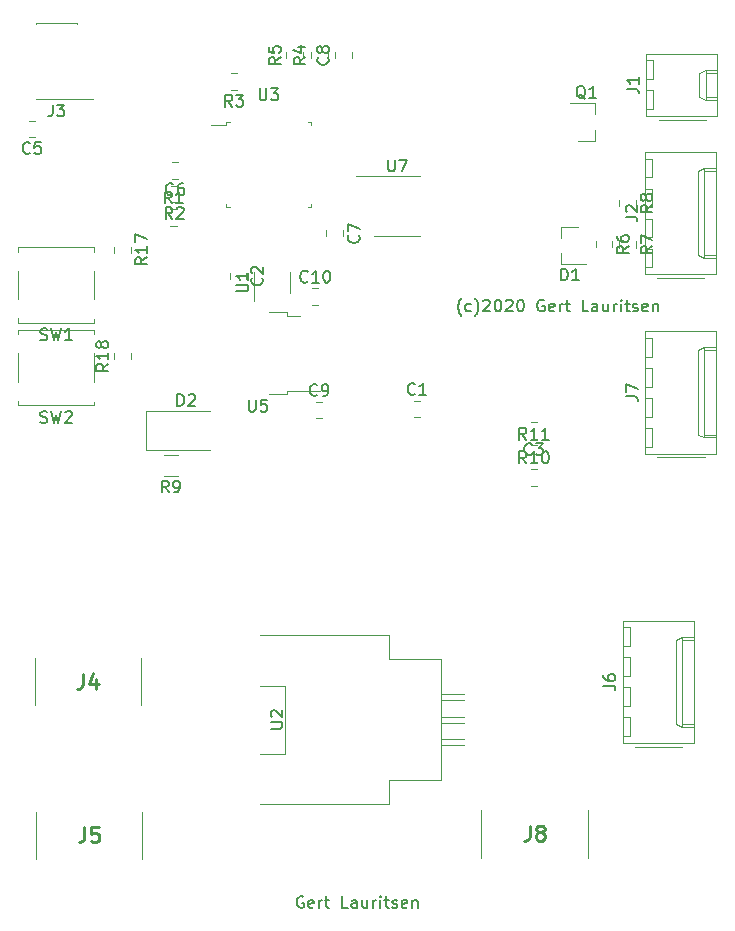
<source format=gbr>
G04 #@! TF.GenerationSoftware,KiCad,Pcbnew,(5.1.6)-1*
G04 #@! TF.CreationDate,2020-10-31T14:21:40+01:00*
G04 #@! TF.ProjectId,Batmonitor,4261746d-6f6e-4697-946f-722e6b696361,rev?*
G04 #@! TF.SameCoordinates,Original*
G04 #@! TF.FileFunction,Legend,Top*
G04 #@! TF.FilePolarity,Positive*
%FSLAX46Y46*%
G04 Gerber Fmt 4.6, Leading zero omitted, Abs format (unit mm)*
G04 Created by KiCad (PCBNEW (5.1.6)-1) date 2020-10-31 14:21:40*
%MOMM*%
%LPD*%
G01*
G04 APERTURE LIST*
%ADD10C,0.150000*%
%ADD11C,0.120000*%
%ADD12C,0.100000*%
%ADD13C,0.254000*%
G04 APERTURE END LIST*
D10*
X126928571Y-136000000D02*
X126833333Y-135952380D01*
X126690476Y-135952380D01*
X126547619Y-136000000D01*
X126452380Y-136095238D01*
X126404761Y-136190476D01*
X126357142Y-136380952D01*
X126357142Y-136523809D01*
X126404761Y-136714285D01*
X126452380Y-136809523D01*
X126547619Y-136904761D01*
X126690476Y-136952380D01*
X126785714Y-136952380D01*
X126928571Y-136904761D01*
X126976190Y-136857142D01*
X126976190Y-136523809D01*
X126785714Y-136523809D01*
X127785714Y-136904761D02*
X127690476Y-136952380D01*
X127500000Y-136952380D01*
X127404761Y-136904761D01*
X127357142Y-136809523D01*
X127357142Y-136428571D01*
X127404761Y-136333333D01*
X127500000Y-136285714D01*
X127690476Y-136285714D01*
X127785714Y-136333333D01*
X127833333Y-136428571D01*
X127833333Y-136523809D01*
X127357142Y-136619047D01*
X128261904Y-136952380D02*
X128261904Y-136285714D01*
X128261904Y-136476190D02*
X128309523Y-136380952D01*
X128357142Y-136333333D01*
X128452380Y-136285714D01*
X128547619Y-136285714D01*
X128738095Y-136285714D02*
X129119047Y-136285714D01*
X128880952Y-135952380D02*
X128880952Y-136809523D01*
X128928571Y-136904761D01*
X129023809Y-136952380D01*
X129119047Y-136952380D01*
X130690476Y-136952380D02*
X130214285Y-136952380D01*
X130214285Y-135952380D01*
X131452380Y-136952380D02*
X131452380Y-136428571D01*
X131404761Y-136333333D01*
X131309523Y-136285714D01*
X131119047Y-136285714D01*
X131023809Y-136333333D01*
X131452380Y-136904761D02*
X131357142Y-136952380D01*
X131119047Y-136952380D01*
X131023809Y-136904761D01*
X130976190Y-136809523D01*
X130976190Y-136714285D01*
X131023809Y-136619047D01*
X131119047Y-136571428D01*
X131357142Y-136571428D01*
X131452380Y-136523809D01*
X132357142Y-136285714D02*
X132357142Y-136952380D01*
X131928571Y-136285714D02*
X131928571Y-136809523D01*
X131976190Y-136904761D01*
X132071428Y-136952380D01*
X132214285Y-136952380D01*
X132309523Y-136904761D01*
X132357142Y-136857142D01*
X132833333Y-136952380D02*
X132833333Y-136285714D01*
X132833333Y-136476190D02*
X132880952Y-136380952D01*
X132928571Y-136333333D01*
X133023809Y-136285714D01*
X133119047Y-136285714D01*
X133452380Y-136952380D02*
X133452380Y-136285714D01*
X133452380Y-135952380D02*
X133404761Y-136000000D01*
X133452380Y-136047619D01*
X133500000Y-136000000D01*
X133452380Y-135952380D01*
X133452380Y-136047619D01*
X133785714Y-136285714D02*
X134166666Y-136285714D01*
X133928571Y-135952380D02*
X133928571Y-136809523D01*
X133976190Y-136904761D01*
X134071428Y-136952380D01*
X134166666Y-136952380D01*
X134452380Y-136904761D02*
X134547619Y-136952380D01*
X134738095Y-136952380D01*
X134833333Y-136904761D01*
X134880952Y-136809523D01*
X134880952Y-136761904D01*
X134833333Y-136666666D01*
X134738095Y-136619047D01*
X134595238Y-136619047D01*
X134500000Y-136571428D01*
X134452380Y-136476190D01*
X134452380Y-136428571D01*
X134500000Y-136333333D01*
X134595238Y-136285714D01*
X134738095Y-136285714D01*
X134833333Y-136333333D01*
X135690476Y-136904761D02*
X135595238Y-136952380D01*
X135404761Y-136952380D01*
X135309523Y-136904761D01*
X135261904Y-136809523D01*
X135261904Y-136428571D01*
X135309523Y-136333333D01*
X135404761Y-136285714D01*
X135595238Y-136285714D01*
X135690476Y-136333333D01*
X135738095Y-136428571D01*
X135738095Y-136523809D01*
X135261904Y-136619047D01*
X136166666Y-136285714D02*
X136166666Y-136952380D01*
X136166666Y-136380952D02*
X136214285Y-136333333D01*
X136309523Y-136285714D01*
X136452380Y-136285714D01*
X136547619Y-136333333D01*
X136595238Y-136428571D01*
X136595238Y-136952380D01*
X140309523Y-86833333D02*
X140261904Y-86785714D01*
X140166666Y-86642857D01*
X140119047Y-86547619D01*
X140071428Y-86404761D01*
X140023809Y-86166666D01*
X140023809Y-85976190D01*
X140071428Y-85738095D01*
X140119047Y-85595238D01*
X140166666Y-85500000D01*
X140261904Y-85357142D01*
X140309523Y-85309523D01*
X141119047Y-86404761D02*
X141023809Y-86452380D01*
X140833333Y-86452380D01*
X140738095Y-86404761D01*
X140690476Y-86357142D01*
X140642857Y-86261904D01*
X140642857Y-85976190D01*
X140690476Y-85880952D01*
X140738095Y-85833333D01*
X140833333Y-85785714D01*
X141023809Y-85785714D01*
X141119047Y-85833333D01*
X141452380Y-86833333D02*
X141500000Y-86785714D01*
X141595238Y-86642857D01*
X141642857Y-86547619D01*
X141690476Y-86404761D01*
X141738095Y-86166666D01*
X141738095Y-85976190D01*
X141690476Y-85738095D01*
X141642857Y-85595238D01*
X141595238Y-85500000D01*
X141500000Y-85357142D01*
X141452380Y-85309523D01*
X142166666Y-85547619D02*
X142214285Y-85500000D01*
X142309523Y-85452380D01*
X142547619Y-85452380D01*
X142642857Y-85500000D01*
X142690476Y-85547619D01*
X142738095Y-85642857D01*
X142738095Y-85738095D01*
X142690476Y-85880952D01*
X142119047Y-86452380D01*
X142738095Y-86452380D01*
X143357142Y-85452380D02*
X143452380Y-85452380D01*
X143547619Y-85500000D01*
X143595238Y-85547619D01*
X143642857Y-85642857D01*
X143690476Y-85833333D01*
X143690476Y-86071428D01*
X143642857Y-86261904D01*
X143595238Y-86357142D01*
X143547619Y-86404761D01*
X143452380Y-86452380D01*
X143357142Y-86452380D01*
X143261904Y-86404761D01*
X143214285Y-86357142D01*
X143166666Y-86261904D01*
X143119047Y-86071428D01*
X143119047Y-85833333D01*
X143166666Y-85642857D01*
X143214285Y-85547619D01*
X143261904Y-85500000D01*
X143357142Y-85452380D01*
X144071428Y-85547619D02*
X144119047Y-85500000D01*
X144214285Y-85452380D01*
X144452380Y-85452380D01*
X144547619Y-85500000D01*
X144595238Y-85547619D01*
X144642857Y-85642857D01*
X144642857Y-85738095D01*
X144595238Y-85880952D01*
X144023809Y-86452380D01*
X144642857Y-86452380D01*
X145261904Y-85452380D02*
X145357142Y-85452380D01*
X145452380Y-85500000D01*
X145500000Y-85547619D01*
X145547619Y-85642857D01*
X145595238Y-85833333D01*
X145595238Y-86071428D01*
X145547619Y-86261904D01*
X145500000Y-86357142D01*
X145452380Y-86404761D01*
X145357142Y-86452380D01*
X145261904Y-86452380D01*
X145166666Y-86404761D01*
X145119047Y-86357142D01*
X145071428Y-86261904D01*
X145023809Y-86071428D01*
X145023809Y-85833333D01*
X145071428Y-85642857D01*
X145119047Y-85547619D01*
X145166666Y-85500000D01*
X145261904Y-85452380D01*
X147309523Y-85500000D02*
X147214285Y-85452380D01*
X147071428Y-85452380D01*
X146928571Y-85500000D01*
X146833333Y-85595238D01*
X146785714Y-85690476D01*
X146738095Y-85880952D01*
X146738095Y-86023809D01*
X146785714Y-86214285D01*
X146833333Y-86309523D01*
X146928571Y-86404761D01*
X147071428Y-86452380D01*
X147166666Y-86452380D01*
X147309523Y-86404761D01*
X147357142Y-86357142D01*
X147357142Y-86023809D01*
X147166666Y-86023809D01*
X148166666Y-86404761D02*
X148071428Y-86452380D01*
X147880952Y-86452380D01*
X147785714Y-86404761D01*
X147738095Y-86309523D01*
X147738095Y-85928571D01*
X147785714Y-85833333D01*
X147880952Y-85785714D01*
X148071428Y-85785714D01*
X148166666Y-85833333D01*
X148214285Y-85928571D01*
X148214285Y-86023809D01*
X147738095Y-86119047D01*
X148642857Y-86452380D02*
X148642857Y-85785714D01*
X148642857Y-85976190D02*
X148690476Y-85880952D01*
X148738095Y-85833333D01*
X148833333Y-85785714D01*
X148928571Y-85785714D01*
X149119047Y-85785714D02*
X149500000Y-85785714D01*
X149261904Y-85452380D02*
X149261904Y-86309523D01*
X149309523Y-86404761D01*
X149404761Y-86452380D01*
X149500000Y-86452380D01*
X151071428Y-86452380D02*
X150595238Y-86452380D01*
X150595238Y-85452380D01*
X151833333Y-86452380D02*
X151833333Y-85928571D01*
X151785714Y-85833333D01*
X151690476Y-85785714D01*
X151500000Y-85785714D01*
X151404761Y-85833333D01*
X151833333Y-86404761D02*
X151738095Y-86452380D01*
X151500000Y-86452380D01*
X151404761Y-86404761D01*
X151357142Y-86309523D01*
X151357142Y-86214285D01*
X151404761Y-86119047D01*
X151500000Y-86071428D01*
X151738095Y-86071428D01*
X151833333Y-86023809D01*
X152738095Y-85785714D02*
X152738095Y-86452380D01*
X152309523Y-85785714D02*
X152309523Y-86309523D01*
X152357142Y-86404761D01*
X152452380Y-86452380D01*
X152595238Y-86452380D01*
X152690476Y-86404761D01*
X152738095Y-86357142D01*
X153214285Y-86452380D02*
X153214285Y-85785714D01*
X153214285Y-85976190D02*
X153261904Y-85880952D01*
X153309523Y-85833333D01*
X153404761Y-85785714D01*
X153500000Y-85785714D01*
X153833333Y-86452380D02*
X153833333Y-85785714D01*
X153833333Y-85452380D02*
X153785714Y-85500000D01*
X153833333Y-85547619D01*
X153880952Y-85500000D01*
X153833333Y-85452380D01*
X153833333Y-85547619D01*
X154166666Y-85785714D02*
X154547619Y-85785714D01*
X154309523Y-85452380D02*
X154309523Y-86309523D01*
X154357142Y-86404761D01*
X154452380Y-86452380D01*
X154547619Y-86452380D01*
X154833333Y-86404761D02*
X154928571Y-86452380D01*
X155119047Y-86452380D01*
X155214285Y-86404761D01*
X155261904Y-86309523D01*
X155261904Y-86261904D01*
X155214285Y-86166666D01*
X155119047Y-86119047D01*
X154976190Y-86119047D01*
X154880952Y-86071428D01*
X154833333Y-85976190D01*
X154833333Y-85928571D01*
X154880952Y-85833333D01*
X154976190Y-85785714D01*
X155119047Y-85785714D01*
X155214285Y-85833333D01*
X156071428Y-86404761D02*
X155976190Y-86452380D01*
X155785714Y-86452380D01*
X155690476Y-86404761D01*
X155642857Y-86309523D01*
X155642857Y-85928571D01*
X155690476Y-85833333D01*
X155785714Y-85785714D01*
X155976190Y-85785714D01*
X156071428Y-85833333D01*
X156119047Y-85928571D01*
X156119047Y-86023809D01*
X155642857Y-86119047D01*
X156547619Y-85785714D02*
X156547619Y-86452380D01*
X156547619Y-85880952D02*
X156595238Y-85833333D01*
X156690476Y-85785714D01*
X156833333Y-85785714D01*
X156928571Y-85833333D01*
X156976190Y-85928571D01*
X156976190Y-86452380D01*
D11*
X146178922Y-99210000D02*
X146696078Y-99210000D01*
X146178922Y-97790000D02*
X146696078Y-97790000D01*
X146178922Y-101210000D02*
X146696078Y-101210000D01*
X146178922Y-99790000D02*
X146696078Y-99790000D01*
D12*
X151010000Y-132690000D02*
X151010000Y-128690000D01*
X142010000Y-132690000D02*
X142010000Y-128690000D01*
D11*
X110890000Y-90496078D02*
X110890000Y-89978922D01*
X112310000Y-90496078D02*
X112310000Y-89978922D01*
X124045000Y-93425000D02*
X125545000Y-93425000D01*
X125545000Y-93425000D02*
X125545000Y-93155000D01*
X125545000Y-93155000D02*
X128375000Y-93155000D01*
X124045000Y-86525000D02*
X125545000Y-86525000D01*
X125545000Y-86525000D02*
X125545000Y-86795000D01*
X125545000Y-86795000D02*
X126645000Y-86795000D01*
X134220000Y-113880000D02*
X123300000Y-113880000D01*
X134220000Y-128120000D02*
X123300000Y-128120000D01*
X134220000Y-115880000D02*
X134220000Y-113880000D01*
X134220000Y-126120000D02*
X134220000Y-128120000D01*
X125380000Y-118120000D02*
X123300000Y-118120000D01*
X125380000Y-123880000D02*
X123300000Y-123880000D01*
X125380000Y-123880000D02*
X125380000Y-118120000D01*
X138620000Y-115880000D02*
X138620000Y-126120000D01*
X138620000Y-126120000D02*
X134220000Y-126120000D01*
X138620000Y-115880000D02*
X134220000Y-115880000D01*
X138620000Y-119345000D02*
X140500000Y-119345000D01*
X138620000Y-121255000D02*
X140500000Y-121255000D01*
X138620000Y-123165000D02*
X140500000Y-123165000D01*
X138620000Y-122655000D02*
X140500000Y-122655000D01*
X138620000Y-120745000D02*
X140500000Y-120745000D01*
X138620000Y-118835000D02*
X140500000Y-118835000D01*
X155870000Y-98500000D02*
X161890000Y-98500000D01*
X161890000Y-98500000D02*
X161890000Y-88120000D01*
X161890000Y-88120000D02*
X155870000Y-88120000D01*
X155870000Y-88120000D02*
X155870000Y-98500000D01*
X156900000Y-98790000D02*
X160900000Y-98790000D01*
X161890000Y-97120000D02*
X160890000Y-97120000D01*
X160890000Y-97120000D02*
X160890000Y-89500000D01*
X160890000Y-89500000D02*
X161890000Y-89500000D01*
X160890000Y-97120000D02*
X160360000Y-96870000D01*
X160360000Y-96870000D02*
X160360000Y-89750000D01*
X160360000Y-89750000D02*
X160890000Y-89500000D01*
X161890000Y-96870000D02*
X160890000Y-96870000D01*
X161890000Y-89750000D02*
X160890000Y-89750000D01*
X155870000Y-97920000D02*
X156470000Y-97920000D01*
X156470000Y-97920000D02*
X156470000Y-96320000D01*
X156470000Y-96320000D02*
X155870000Y-96320000D01*
X155870000Y-95380000D02*
X156470000Y-95380000D01*
X156470000Y-95380000D02*
X156470000Y-93780000D01*
X156470000Y-93780000D02*
X155870000Y-93780000D01*
X155870000Y-92840000D02*
X156470000Y-92840000D01*
X156470000Y-92840000D02*
X156470000Y-91240000D01*
X156470000Y-91240000D02*
X155870000Y-91240000D01*
X155870000Y-90300000D02*
X156470000Y-90300000D01*
X156470000Y-90300000D02*
X156470000Y-88700000D01*
X156470000Y-88700000D02*
X155870000Y-88700000D01*
X153970000Y-123000000D02*
X159990000Y-123000000D01*
X159990000Y-123000000D02*
X159990000Y-112620000D01*
X159990000Y-112620000D02*
X153970000Y-112620000D01*
X153970000Y-112620000D02*
X153970000Y-123000000D01*
X155000000Y-123290000D02*
X159000000Y-123290000D01*
X159990000Y-121620000D02*
X158990000Y-121620000D01*
X158990000Y-121620000D02*
X158990000Y-114000000D01*
X158990000Y-114000000D02*
X159990000Y-114000000D01*
X158990000Y-121620000D02*
X158460000Y-121370000D01*
X158460000Y-121370000D02*
X158460000Y-114250000D01*
X158460000Y-114250000D02*
X158990000Y-114000000D01*
X159990000Y-121370000D02*
X158990000Y-121370000D01*
X159990000Y-114250000D02*
X158990000Y-114250000D01*
X153970000Y-122420000D02*
X154570000Y-122420000D01*
X154570000Y-122420000D02*
X154570000Y-120820000D01*
X154570000Y-120820000D02*
X153970000Y-120820000D01*
X153970000Y-119880000D02*
X154570000Y-119880000D01*
X154570000Y-119880000D02*
X154570000Y-118280000D01*
X154570000Y-118280000D02*
X153970000Y-118280000D01*
X153970000Y-117340000D02*
X154570000Y-117340000D01*
X154570000Y-117340000D02*
X154570000Y-115740000D01*
X154570000Y-115740000D02*
X153970000Y-115740000D01*
X153970000Y-114800000D02*
X154570000Y-114800000D01*
X154570000Y-114800000D02*
X154570000Y-113200000D01*
X154570000Y-113200000D02*
X153970000Y-113200000D01*
D12*
X113310000Y-132810000D02*
X113310000Y-128810000D01*
X104310000Y-132810000D02*
X104310000Y-128810000D01*
X113190000Y-119810000D02*
X113190000Y-115810000D01*
X104190000Y-119810000D02*
X104190000Y-115810000D01*
D11*
X146696078Y-97210000D02*
X146178922Y-97210000D01*
X146696078Y-95790000D02*
X146178922Y-95790000D01*
X136278922Y-93990000D02*
X136796078Y-93990000D01*
X136278922Y-95410000D02*
X136796078Y-95410000D01*
X134875000Y-80095000D02*
X136825000Y-80095000D01*
X134875000Y-80095000D02*
X132925000Y-80095000D01*
X134875000Y-74975000D02*
X136825000Y-74975000D01*
X134875000Y-74975000D02*
X131425000Y-74975000D01*
X102790000Y-94000000D02*
X102790000Y-94410000D01*
X102790000Y-94410000D02*
X109210000Y-94410000D01*
X109210000Y-94410000D02*
X109210000Y-94130000D01*
X109210000Y-92400000D02*
X109210000Y-90000000D01*
X109210000Y-88400000D02*
X109210000Y-87990000D01*
X109210000Y-87990000D02*
X102790000Y-87990000D01*
X102790000Y-87990000D02*
X102790000Y-88400000D01*
X102790000Y-90000000D02*
X102790000Y-92400000D01*
X102790000Y-87000000D02*
X102790000Y-87410000D01*
X102790000Y-87410000D02*
X109210000Y-87410000D01*
X109210000Y-87410000D02*
X109210000Y-87130000D01*
X109210000Y-85400000D02*
X109210000Y-83000000D01*
X109210000Y-81400000D02*
X109210000Y-80990000D01*
X109210000Y-80990000D02*
X102790000Y-80990000D01*
X102790000Y-80990000D02*
X102790000Y-81400000D01*
X102790000Y-83000000D02*
X102790000Y-85400000D01*
X112310000Y-80978922D02*
X112310000Y-81496078D01*
X110890000Y-80978922D02*
X110890000Y-81496078D01*
X127678922Y-84490000D02*
X128196078Y-84490000D01*
X127678922Y-85910000D02*
X128196078Y-85910000D01*
X128003922Y-94090000D02*
X128521078Y-94090000D01*
X128003922Y-95510000D02*
X128521078Y-95510000D01*
X113600000Y-94850000D02*
X113600000Y-98150000D01*
X113600000Y-98150000D02*
X119000000Y-98150000D01*
X113600000Y-94850000D02*
X119000000Y-94850000D01*
X116302064Y-100410000D02*
X115097936Y-100410000D01*
X116302064Y-98590000D02*
X115097936Y-98590000D01*
X125810000Y-84870000D02*
X125810000Y-83110000D01*
X122740000Y-83110000D02*
X122740000Y-85540000D01*
X151660000Y-71980000D02*
X151660000Y-71050000D01*
X151660000Y-68820000D02*
X151660000Y-69750000D01*
X151660000Y-68820000D02*
X149500000Y-68820000D01*
X151660000Y-71980000D02*
X150200000Y-71980000D01*
X129590000Y-65021078D02*
X129590000Y-64503922D01*
X131010000Y-65021078D02*
X131010000Y-64503922D01*
X130310000Y-79578922D02*
X130310000Y-80096078D01*
X128890000Y-79578922D02*
X128890000Y-80096078D01*
X116321078Y-75210000D02*
X115803922Y-75210000D01*
X116321078Y-73790000D02*
X115803922Y-73790000D01*
X107795000Y-68485000D02*
X104265000Y-68485000D01*
X107795000Y-62015000D02*
X104265000Y-62015000D01*
X109120000Y-68420000D02*
X107795000Y-68420000D01*
X107795000Y-68485000D02*
X107795000Y-68420000D01*
X104265000Y-68485000D02*
X104265000Y-68420000D01*
X107795000Y-62080000D02*
X107795000Y-62015000D01*
X104265000Y-62080000D02*
X104265000Y-62015000D01*
X104196078Y-71710000D02*
X103678922Y-71710000D01*
X104196078Y-70290000D02*
X103678922Y-70290000D01*
X148720000Y-79290000D02*
X148720000Y-80220000D01*
X148720000Y-82450000D02*
X148720000Y-81520000D01*
X148720000Y-82450000D02*
X150880000Y-82450000D01*
X148720000Y-79290000D02*
X150180000Y-79290000D01*
X127310000Y-77610000D02*
X127610000Y-77610000D01*
X127610000Y-77610000D02*
X127610000Y-77310000D01*
X120690000Y-77610000D02*
X120390000Y-77610000D01*
X120390000Y-77610000D02*
X120390000Y-77310000D01*
X127310000Y-70390000D02*
X127610000Y-70390000D01*
X127610000Y-70390000D02*
X127610000Y-70690000D01*
X120690000Y-70390000D02*
X120390000Y-70390000D01*
X120390000Y-70390000D02*
X120390000Y-70690000D01*
X120390000Y-70690000D02*
X119075000Y-70690000D01*
X155090000Y-77023922D02*
X155090000Y-77541078D01*
X153670000Y-77023922D02*
X153670000Y-77541078D01*
X155090000Y-80523922D02*
X155090000Y-81041078D01*
X153670000Y-80523922D02*
X153670000Y-81041078D01*
X153090000Y-80498922D02*
X153090000Y-81016078D01*
X151670000Y-80498922D02*
X151670000Y-81016078D01*
X125490000Y-65021078D02*
X125490000Y-64503922D01*
X126910000Y-65021078D02*
X126910000Y-64503922D01*
X127590000Y-65021078D02*
X127590000Y-64503922D01*
X129010000Y-65021078D02*
X129010000Y-64503922D01*
X121321078Y-67710000D02*
X120803922Y-67710000D01*
X121321078Y-66290000D02*
X120803922Y-66290000D01*
X116258578Y-77210000D02*
X115741422Y-77210000D01*
X116258578Y-75790000D02*
X115741422Y-75790000D01*
X115678922Y-77790000D02*
X116196078Y-77790000D01*
X115678922Y-79210000D02*
X116196078Y-79210000D01*
X155850000Y-83300000D02*
X161870000Y-83300000D01*
X161870000Y-83300000D02*
X161870000Y-72920000D01*
X161870000Y-72920000D02*
X155850000Y-72920000D01*
X155850000Y-72920000D02*
X155850000Y-83300000D01*
X156880000Y-83590000D02*
X160880000Y-83590000D01*
X161870000Y-81920000D02*
X160870000Y-81920000D01*
X160870000Y-81920000D02*
X160870000Y-74300000D01*
X160870000Y-74300000D02*
X161870000Y-74300000D01*
X160870000Y-81920000D02*
X160340000Y-81670000D01*
X160340000Y-81670000D02*
X160340000Y-74550000D01*
X160340000Y-74550000D02*
X160870000Y-74300000D01*
X161870000Y-81670000D02*
X160870000Y-81670000D01*
X161870000Y-74550000D02*
X160870000Y-74550000D01*
X155850000Y-82720000D02*
X156450000Y-82720000D01*
X156450000Y-82720000D02*
X156450000Y-81120000D01*
X156450000Y-81120000D02*
X155850000Y-81120000D01*
X155850000Y-80180000D02*
X156450000Y-80180000D01*
X156450000Y-80180000D02*
X156450000Y-78580000D01*
X156450000Y-78580000D02*
X155850000Y-78580000D01*
X155850000Y-77640000D02*
X156450000Y-77640000D01*
X156450000Y-77640000D02*
X156450000Y-76040000D01*
X156450000Y-76040000D02*
X155850000Y-76040000D01*
X155850000Y-75100000D02*
X156450000Y-75100000D01*
X156450000Y-75100000D02*
X156450000Y-73500000D01*
X156450000Y-73500000D02*
X155850000Y-73500000D01*
X155970000Y-69920000D02*
X161990000Y-69920000D01*
X161990000Y-69920000D02*
X161990000Y-64620000D01*
X161990000Y-64620000D02*
X155970000Y-64620000D01*
X155970000Y-64620000D02*
X155970000Y-69920000D01*
X157000000Y-70210000D02*
X161000000Y-70210000D01*
X161990000Y-68540000D02*
X160990000Y-68540000D01*
X160990000Y-68540000D02*
X160990000Y-66000000D01*
X160990000Y-66000000D02*
X161990000Y-66000000D01*
X160990000Y-68540000D02*
X160460000Y-68290000D01*
X160460000Y-68290000D02*
X160460000Y-66250000D01*
X160460000Y-66250000D02*
X160990000Y-66000000D01*
X161990000Y-68290000D02*
X160990000Y-68290000D01*
X161990000Y-66250000D02*
X160990000Y-66250000D01*
X155970000Y-69340000D02*
X156570000Y-69340000D01*
X156570000Y-69340000D02*
X156570000Y-67740000D01*
X156570000Y-67740000D02*
X155970000Y-67740000D01*
X155970000Y-66800000D02*
X156570000Y-66800000D01*
X156570000Y-66800000D02*
X156570000Y-65200000D01*
X156570000Y-65200000D02*
X155970000Y-65200000D01*
X122110000Y-83178922D02*
X122110000Y-83696078D01*
X120690000Y-83178922D02*
X120690000Y-83696078D01*
D10*
X145794642Y-97302380D02*
X145461309Y-96826190D01*
X145223214Y-97302380D02*
X145223214Y-96302380D01*
X145604166Y-96302380D01*
X145699404Y-96350000D01*
X145747023Y-96397619D01*
X145794642Y-96492857D01*
X145794642Y-96635714D01*
X145747023Y-96730952D01*
X145699404Y-96778571D01*
X145604166Y-96826190D01*
X145223214Y-96826190D01*
X146747023Y-97302380D02*
X146175595Y-97302380D01*
X146461309Y-97302380D02*
X146461309Y-96302380D01*
X146366071Y-96445238D01*
X146270833Y-96540476D01*
X146175595Y-96588095D01*
X147699404Y-97302380D02*
X147127976Y-97302380D01*
X147413690Y-97302380D02*
X147413690Y-96302380D01*
X147318452Y-96445238D01*
X147223214Y-96540476D01*
X147127976Y-96588095D01*
X145794642Y-99302380D02*
X145461309Y-98826190D01*
X145223214Y-99302380D02*
X145223214Y-98302380D01*
X145604166Y-98302380D01*
X145699404Y-98350000D01*
X145747023Y-98397619D01*
X145794642Y-98492857D01*
X145794642Y-98635714D01*
X145747023Y-98730952D01*
X145699404Y-98778571D01*
X145604166Y-98826190D01*
X145223214Y-98826190D01*
X146747023Y-99302380D02*
X146175595Y-99302380D01*
X146461309Y-99302380D02*
X146461309Y-98302380D01*
X146366071Y-98445238D01*
X146270833Y-98540476D01*
X146175595Y-98588095D01*
X147366071Y-98302380D02*
X147461309Y-98302380D01*
X147556547Y-98350000D01*
X147604166Y-98397619D01*
X147651785Y-98492857D01*
X147699404Y-98683333D01*
X147699404Y-98921428D01*
X147651785Y-99111904D01*
X147604166Y-99207142D01*
X147556547Y-99254761D01*
X147461309Y-99302380D01*
X147366071Y-99302380D01*
X147270833Y-99254761D01*
X147223214Y-99207142D01*
X147175595Y-99111904D01*
X147127976Y-98921428D01*
X147127976Y-98683333D01*
X147175595Y-98492857D01*
X147223214Y-98397619D01*
X147270833Y-98350000D01*
X147366071Y-98302380D01*
D13*
X146086666Y-129994523D02*
X146086666Y-130901666D01*
X146026190Y-131083095D01*
X145905238Y-131204047D01*
X145723809Y-131264523D01*
X145602857Y-131264523D01*
X146872857Y-130538809D02*
X146751904Y-130478333D01*
X146691428Y-130417857D01*
X146630952Y-130296904D01*
X146630952Y-130236428D01*
X146691428Y-130115476D01*
X146751904Y-130055000D01*
X146872857Y-129994523D01*
X147114761Y-129994523D01*
X147235714Y-130055000D01*
X147296190Y-130115476D01*
X147356666Y-130236428D01*
X147356666Y-130296904D01*
X147296190Y-130417857D01*
X147235714Y-130478333D01*
X147114761Y-130538809D01*
X146872857Y-130538809D01*
X146751904Y-130599285D01*
X146691428Y-130659761D01*
X146630952Y-130780714D01*
X146630952Y-131022619D01*
X146691428Y-131143571D01*
X146751904Y-131204047D01*
X146872857Y-131264523D01*
X147114761Y-131264523D01*
X147235714Y-131204047D01*
X147296190Y-131143571D01*
X147356666Y-131022619D01*
X147356666Y-130780714D01*
X147296190Y-130659761D01*
X147235714Y-130599285D01*
X147114761Y-130538809D01*
D10*
X110402380Y-90880357D02*
X109926190Y-91213690D01*
X110402380Y-91451785D02*
X109402380Y-91451785D01*
X109402380Y-91070833D01*
X109450000Y-90975595D01*
X109497619Y-90927976D01*
X109592857Y-90880357D01*
X109735714Y-90880357D01*
X109830952Y-90927976D01*
X109878571Y-90975595D01*
X109926190Y-91070833D01*
X109926190Y-91451785D01*
X110402380Y-89927976D02*
X110402380Y-90499404D01*
X110402380Y-90213690D02*
X109402380Y-90213690D01*
X109545238Y-90308928D01*
X109640476Y-90404166D01*
X109688095Y-90499404D01*
X109830952Y-89356547D02*
X109783333Y-89451785D01*
X109735714Y-89499404D01*
X109640476Y-89547023D01*
X109592857Y-89547023D01*
X109497619Y-89499404D01*
X109450000Y-89451785D01*
X109402380Y-89356547D01*
X109402380Y-89166071D01*
X109450000Y-89070833D01*
X109497619Y-89023214D01*
X109592857Y-88975595D01*
X109640476Y-88975595D01*
X109735714Y-89023214D01*
X109783333Y-89070833D01*
X109830952Y-89166071D01*
X109830952Y-89356547D01*
X109878571Y-89451785D01*
X109926190Y-89499404D01*
X110021428Y-89547023D01*
X110211904Y-89547023D01*
X110307142Y-89499404D01*
X110354761Y-89451785D01*
X110402380Y-89356547D01*
X110402380Y-89166071D01*
X110354761Y-89070833D01*
X110307142Y-89023214D01*
X110211904Y-88975595D01*
X110021428Y-88975595D01*
X109926190Y-89023214D01*
X109878571Y-89070833D01*
X109830952Y-89166071D01*
X122313095Y-93927380D02*
X122313095Y-94736904D01*
X122360714Y-94832142D01*
X122408333Y-94879761D01*
X122503571Y-94927380D01*
X122694047Y-94927380D01*
X122789285Y-94879761D01*
X122836904Y-94832142D01*
X122884523Y-94736904D01*
X122884523Y-93927380D01*
X123836904Y-93927380D02*
X123360714Y-93927380D01*
X123313095Y-94403571D01*
X123360714Y-94355952D01*
X123455952Y-94308333D01*
X123694047Y-94308333D01*
X123789285Y-94355952D01*
X123836904Y-94403571D01*
X123884523Y-94498809D01*
X123884523Y-94736904D01*
X123836904Y-94832142D01*
X123789285Y-94879761D01*
X123694047Y-94927380D01*
X123455952Y-94927380D01*
X123360714Y-94879761D01*
X123313095Y-94832142D01*
X124152380Y-121761904D02*
X124961904Y-121761904D01*
X125057142Y-121714285D01*
X125104761Y-121666666D01*
X125152380Y-121571428D01*
X125152380Y-121380952D01*
X125104761Y-121285714D01*
X125057142Y-121238095D01*
X124961904Y-121190476D01*
X124152380Y-121190476D01*
X124247619Y-120761904D02*
X124200000Y-120714285D01*
X124152380Y-120619047D01*
X124152380Y-120380952D01*
X124200000Y-120285714D01*
X124247619Y-120238095D01*
X124342857Y-120190476D01*
X124438095Y-120190476D01*
X124580952Y-120238095D01*
X125152380Y-120809523D01*
X125152380Y-120190476D01*
X154232380Y-93643333D02*
X154946666Y-93643333D01*
X155089523Y-93690952D01*
X155184761Y-93786190D01*
X155232380Y-93929047D01*
X155232380Y-94024285D01*
X154232380Y-93262380D02*
X154232380Y-92595714D01*
X155232380Y-93024285D01*
X152332380Y-118143333D02*
X153046666Y-118143333D01*
X153189523Y-118190952D01*
X153284761Y-118286190D01*
X153332380Y-118429047D01*
X153332380Y-118524285D01*
X152332380Y-117238571D02*
X152332380Y-117429047D01*
X152380000Y-117524285D01*
X152427619Y-117571904D01*
X152570476Y-117667142D01*
X152760952Y-117714761D01*
X153141904Y-117714761D01*
X153237142Y-117667142D01*
X153284761Y-117619523D01*
X153332380Y-117524285D01*
X153332380Y-117333809D01*
X153284761Y-117238571D01*
X153237142Y-117190952D01*
X153141904Y-117143333D01*
X152903809Y-117143333D01*
X152808571Y-117190952D01*
X152760952Y-117238571D01*
X152713333Y-117333809D01*
X152713333Y-117524285D01*
X152760952Y-117619523D01*
X152808571Y-117667142D01*
X152903809Y-117714761D01*
D13*
X108386666Y-130114523D02*
X108386666Y-131021666D01*
X108326190Y-131203095D01*
X108205238Y-131324047D01*
X108023809Y-131384523D01*
X107902857Y-131384523D01*
X109596190Y-130114523D02*
X108991428Y-130114523D01*
X108930952Y-130719285D01*
X108991428Y-130658809D01*
X109112380Y-130598333D01*
X109414761Y-130598333D01*
X109535714Y-130658809D01*
X109596190Y-130719285D01*
X109656666Y-130840238D01*
X109656666Y-131142619D01*
X109596190Y-131263571D01*
X109535714Y-131324047D01*
X109414761Y-131384523D01*
X109112380Y-131384523D01*
X108991428Y-131324047D01*
X108930952Y-131263571D01*
X108266666Y-117114523D02*
X108266666Y-118021666D01*
X108206190Y-118203095D01*
X108085238Y-118324047D01*
X107903809Y-118384523D01*
X107782857Y-118384523D01*
X109415714Y-117537857D02*
X109415714Y-118384523D01*
X109113333Y-117054047D02*
X108810952Y-117961190D01*
X109597142Y-117961190D01*
D10*
X146270833Y-98507142D02*
X146223214Y-98554761D01*
X146080357Y-98602380D01*
X145985119Y-98602380D01*
X145842261Y-98554761D01*
X145747023Y-98459523D01*
X145699404Y-98364285D01*
X145651785Y-98173809D01*
X145651785Y-98030952D01*
X145699404Y-97840476D01*
X145747023Y-97745238D01*
X145842261Y-97650000D01*
X145985119Y-97602380D01*
X146080357Y-97602380D01*
X146223214Y-97650000D01*
X146270833Y-97697619D01*
X146604166Y-97602380D02*
X147223214Y-97602380D01*
X146889880Y-97983333D01*
X147032738Y-97983333D01*
X147127976Y-98030952D01*
X147175595Y-98078571D01*
X147223214Y-98173809D01*
X147223214Y-98411904D01*
X147175595Y-98507142D01*
X147127976Y-98554761D01*
X147032738Y-98602380D01*
X146747023Y-98602380D01*
X146651785Y-98554761D01*
X146604166Y-98507142D01*
X136370833Y-93407142D02*
X136323214Y-93454761D01*
X136180357Y-93502380D01*
X136085119Y-93502380D01*
X135942261Y-93454761D01*
X135847023Y-93359523D01*
X135799404Y-93264285D01*
X135751785Y-93073809D01*
X135751785Y-92930952D01*
X135799404Y-92740476D01*
X135847023Y-92645238D01*
X135942261Y-92550000D01*
X136085119Y-92502380D01*
X136180357Y-92502380D01*
X136323214Y-92550000D01*
X136370833Y-92597619D01*
X137323214Y-93502380D02*
X136751785Y-93502380D01*
X137037500Y-93502380D02*
X137037500Y-92502380D01*
X136942261Y-92645238D01*
X136847023Y-92740476D01*
X136751785Y-92788095D01*
X134113095Y-73587380D02*
X134113095Y-74396904D01*
X134160714Y-74492142D01*
X134208333Y-74539761D01*
X134303571Y-74587380D01*
X134494047Y-74587380D01*
X134589285Y-74539761D01*
X134636904Y-74492142D01*
X134684523Y-74396904D01*
X134684523Y-73587380D01*
X135065476Y-73587380D02*
X135732142Y-73587380D01*
X135303571Y-74587380D01*
X104666666Y-95844761D02*
X104809523Y-95892380D01*
X105047619Y-95892380D01*
X105142857Y-95844761D01*
X105190476Y-95797142D01*
X105238095Y-95701904D01*
X105238095Y-95606666D01*
X105190476Y-95511428D01*
X105142857Y-95463809D01*
X105047619Y-95416190D01*
X104857142Y-95368571D01*
X104761904Y-95320952D01*
X104714285Y-95273333D01*
X104666666Y-95178095D01*
X104666666Y-95082857D01*
X104714285Y-94987619D01*
X104761904Y-94940000D01*
X104857142Y-94892380D01*
X105095238Y-94892380D01*
X105238095Y-94940000D01*
X105571428Y-94892380D02*
X105809523Y-95892380D01*
X106000000Y-95178095D01*
X106190476Y-95892380D01*
X106428571Y-94892380D01*
X106761904Y-94987619D02*
X106809523Y-94940000D01*
X106904761Y-94892380D01*
X107142857Y-94892380D01*
X107238095Y-94940000D01*
X107285714Y-94987619D01*
X107333333Y-95082857D01*
X107333333Y-95178095D01*
X107285714Y-95320952D01*
X106714285Y-95892380D01*
X107333333Y-95892380D01*
X104666666Y-88844761D02*
X104809523Y-88892380D01*
X105047619Y-88892380D01*
X105142857Y-88844761D01*
X105190476Y-88797142D01*
X105238095Y-88701904D01*
X105238095Y-88606666D01*
X105190476Y-88511428D01*
X105142857Y-88463809D01*
X105047619Y-88416190D01*
X104857142Y-88368571D01*
X104761904Y-88320952D01*
X104714285Y-88273333D01*
X104666666Y-88178095D01*
X104666666Y-88082857D01*
X104714285Y-87987619D01*
X104761904Y-87940000D01*
X104857142Y-87892380D01*
X105095238Y-87892380D01*
X105238095Y-87940000D01*
X105571428Y-87892380D02*
X105809523Y-88892380D01*
X106000000Y-88178095D01*
X106190476Y-88892380D01*
X106428571Y-87892380D01*
X107333333Y-88892380D02*
X106761904Y-88892380D01*
X107047619Y-88892380D02*
X107047619Y-87892380D01*
X106952380Y-88035238D01*
X106857142Y-88130476D01*
X106761904Y-88178095D01*
X113702380Y-81880357D02*
X113226190Y-82213690D01*
X113702380Y-82451785D02*
X112702380Y-82451785D01*
X112702380Y-82070833D01*
X112750000Y-81975595D01*
X112797619Y-81927976D01*
X112892857Y-81880357D01*
X113035714Y-81880357D01*
X113130952Y-81927976D01*
X113178571Y-81975595D01*
X113226190Y-82070833D01*
X113226190Y-82451785D01*
X113702380Y-80927976D02*
X113702380Y-81499404D01*
X113702380Y-81213690D02*
X112702380Y-81213690D01*
X112845238Y-81308928D01*
X112940476Y-81404166D01*
X112988095Y-81499404D01*
X112702380Y-80594642D02*
X112702380Y-79927976D01*
X113702380Y-80356547D01*
X127294642Y-83907142D02*
X127247023Y-83954761D01*
X127104166Y-84002380D01*
X127008928Y-84002380D01*
X126866071Y-83954761D01*
X126770833Y-83859523D01*
X126723214Y-83764285D01*
X126675595Y-83573809D01*
X126675595Y-83430952D01*
X126723214Y-83240476D01*
X126770833Y-83145238D01*
X126866071Y-83050000D01*
X127008928Y-83002380D01*
X127104166Y-83002380D01*
X127247023Y-83050000D01*
X127294642Y-83097619D01*
X128247023Y-84002380D02*
X127675595Y-84002380D01*
X127961309Y-84002380D02*
X127961309Y-83002380D01*
X127866071Y-83145238D01*
X127770833Y-83240476D01*
X127675595Y-83288095D01*
X128866071Y-83002380D02*
X128961309Y-83002380D01*
X129056547Y-83050000D01*
X129104166Y-83097619D01*
X129151785Y-83192857D01*
X129199404Y-83383333D01*
X129199404Y-83621428D01*
X129151785Y-83811904D01*
X129104166Y-83907142D01*
X129056547Y-83954761D01*
X128961309Y-84002380D01*
X128866071Y-84002380D01*
X128770833Y-83954761D01*
X128723214Y-83907142D01*
X128675595Y-83811904D01*
X128627976Y-83621428D01*
X128627976Y-83383333D01*
X128675595Y-83192857D01*
X128723214Y-83097619D01*
X128770833Y-83050000D01*
X128866071Y-83002380D01*
X128095833Y-93507142D02*
X128048214Y-93554761D01*
X127905357Y-93602380D01*
X127810119Y-93602380D01*
X127667261Y-93554761D01*
X127572023Y-93459523D01*
X127524404Y-93364285D01*
X127476785Y-93173809D01*
X127476785Y-93030952D01*
X127524404Y-92840476D01*
X127572023Y-92745238D01*
X127667261Y-92650000D01*
X127810119Y-92602380D01*
X127905357Y-92602380D01*
X128048214Y-92650000D01*
X128095833Y-92697619D01*
X128572023Y-93602380D02*
X128762500Y-93602380D01*
X128857738Y-93554761D01*
X128905357Y-93507142D01*
X129000595Y-93364285D01*
X129048214Y-93173809D01*
X129048214Y-92792857D01*
X129000595Y-92697619D01*
X128952976Y-92650000D01*
X128857738Y-92602380D01*
X128667261Y-92602380D01*
X128572023Y-92650000D01*
X128524404Y-92697619D01*
X128476785Y-92792857D01*
X128476785Y-93030952D01*
X128524404Y-93126190D01*
X128572023Y-93173809D01*
X128667261Y-93221428D01*
X128857738Y-93221428D01*
X128952976Y-93173809D01*
X129000595Y-93126190D01*
X129048214Y-93030952D01*
X116261904Y-94452380D02*
X116261904Y-93452380D01*
X116500000Y-93452380D01*
X116642857Y-93500000D01*
X116738095Y-93595238D01*
X116785714Y-93690476D01*
X116833333Y-93880952D01*
X116833333Y-94023809D01*
X116785714Y-94214285D01*
X116738095Y-94309523D01*
X116642857Y-94404761D01*
X116500000Y-94452380D01*
X116261904Y-94452380D01*
X117214285Y-93547619D02*
X117261904Y-93500000D01*
X117357142Y-93452380D01*
X117595238Y-93452380D01*
X117690476Y-93500000D01*
X117738095Y-93547619D01*
X117785714Y-93642857D01*
X117785714Y-93738095D01*
X117738095Y-93880952D01*
X117166666Y-94452380D01*
X117785714Y-94452380D01*
X115533333Y-101772380D02*
X115200000Y-101296190D01*
X114961904Y-101772380D02*
X114961904Y-100772380D01*
X115342857Y-100772380D01*
X115438095Y-100820000D01*
X115485714Y-100867619D01*
X115533333Y-100962857D01*
X115533333Y-101105714D01*
X115485714Y-101200952D01*
X115438095Y-101248571D01*
X115342857Y-101296190D01*
X114961904Y-101296190D01*
X116009523Y-101772380D02*
X116200000Y-101772380D01*
X116295238Y-101724761D01*
X116342857Y-101677142D01*
X116438095Y-101534285D01*
X116485714Y-101343809D01*
X116485714Y-100962857D01*
X116438095Y-100867619D01*
X116390476Y-100820000D01*
X116295238Y-100772380D01*
X116104761Y-100772380D01*
X116009523Y-100820000D01*
X115961904Y-100867619D01*
X115914285Y-100962857D01*
X115914285Y-101200952D01*
X115961904Y-101296190D01*
X116009523Y-101343809D01*
X116104761Y-101391428D01*
X116295238Y-101391428D01*
X116390476Y-101343809D01*
X116438095Y-101296190D01*
X116485714Y-101200952D01*
X121252380Y-84751904D02*
X122061904Y-84751904D01*
X122157142Y-84704285D01*
X122204761Y-84656666D01*
X122252380Y-84561428D01*
X122252380Y-84370952D01*
X122204761Y-84275714D01*
X122157142Y-84228095D01*
X122061904Y-84180476D01*
X121252380Y-84180476D01*
X122252380Y-83180476D02*
X122252380Y-83751904D01*
X122252380Y-83466190D02*
X121252380Y-83466190D01*
X121395238Y-83561428D01*
X121490476Y-83656666D01*
X121538095Y-83751904D01*
X150804761Y-68447619D02*
X150709523Y-68400000D01*
X150614285Y-68304761D01*
X150471428Y-68161904D01*
X150376190Y-68114285D01*
X150280952Y-68114285D01*
X150328571Y-68352380D02*
X150233333Y-68304761D01*
X150138095Y-68209523D01*
X150090476Y-68019047D01*
X150090476Y-67685714D01*
X150138095Y-67495238D01*
X150233333Y-67400000D01*
X150328571Y-67352380D01*
X150519047Y-67352380D01*
X150614285Y-67400000D01*
X150709523Y-67495238D01*
X150757142Y-67685714D01*
X150757142Y-68019047D01*
X150709523Y-68209523D01*
X150614285Y-68304761D01*
X150519047Y-68352380D01*
X150328571Y-68352380D01*
X151709523Y-68352380D02*
X151138095Y-68352380D01*
X151423809Y-68352380D02*
X151423809Y-67352380D01*
X151328571Y-67495238D01*
X151233333Y-67590476D01*
X151138095Y-67638095D01*
X129007142Y-64929166D02*
X129054761Y-64976785D01*
X129102380Y-65119642D01*
X129102380Y-65214880D01*
X129054761Y-65357738D01*
X128959523Y-65452976D01*
X128864285Y-65500595D01*
X128673809Y-65548214D01*
X128530952Y-65548214D01*
X128340476Y-65500595D01*
X128245238Y-65452976D01*
X128150000Y-65357738D01*
X128102380Y-65214880D01*
X128102380Y-65119642D01*
X128150000Y-64976785D01*
X128197619Y-64929166D01*
X128530952Y-64357738D02*
X128483333Y-64452976D01*
X128435714Y-64500595D01*
X128340476Y-64548214D01*
X128292857Y-64548214D01*
X128197619Y-64500595D01*
X128150000Y-64452976D01*
X128102380Y-64357738D01*
X128102380Y-64167261D01*
X128150000Y-64072023D01*
X128197619Y-64024404D01*
X128292857Y-63976785D01*
X128340476Y-63976785D01*
X128435714Y-64024404D01*
X128483333Y-64072023D01*
X128530952Y-64167261D01*
X128530952Y-64357738D01*
X128578571Y-64452976D01*
X128626190Y-64500595D01*
X128721428Y-64548214D01*
X128911904Y-64548214D01*
X129007142Y-64500595D01*
X129054761Y-64452976D01*
X129102380Y-64357738D01*
X129102380Y-64167261D01*
X129054761Y-64072023D01*
X129007142Y-64024404D01*
X128911904Y-63976785D01*
X128721428Y-63976785D01*
X128626190Y-64024404D01*
X128578571Y-64072023D01*
X128530952Y-64167261D01*
X131607142Y-80004166D02*
X131654761Y-80051785D01*
X131702380Y-80194642D01*
X131702380Y-80289880D01*
X131654761Y-80432738D01*
X131559523Y-80527976D01*
X131464285Y-80575595D01*
X131273809Y-80623214D01*
X131130952Y-80623214D01*
X130940476Y-80575595D01*
X130845238Y-80527976D01*
X130750000Y-80432738D01*
X130702380Y-80289880D01*
X130702380Y-80194642D01*
X130750000Y-80051785D01*
X130797619Y-80004166D01*
X130702380Y-79670833D02*
X130702380Y-79004166D01*
X131702380Y-79432738D01*
X115895833Y-76507142D02*
X115848214Y-76554761D01*
X115705357Y-76602380D01*
X115610119Y-76602380D01*
X115467261Y-76554761D01*
X115372023Y-76459523D01*
X115324404Y-76364285D01*
X115276785Y-76173809D01*
X115276785Y-76030952D01*
X115324404Y-75840476D01*
X115372023Y-75745238D01*
X115467261Y-75650000D01*
X115610119Y-75602380D01*
X115705357Y-75602380D01*
X115848214Y-75650000D01*
X115895833Y-75697619D01*
X116752976Y-75602380D02*
X116562500Y-75602380D01*
X116467261Y-75650000D01*
X116419642Y-75697619D01*
X116324404Y-75840476D01*
X116276785Y-76030952D01*
X116276785Y-76411904D01*
X116324404Y-76507142D01*
X116372023Y-76554761D01*
X116467261Y-76602380D01*
X116657738Y-76602380D01*
X116752976Y-76554761D01*
X116800595Y-76507142D01*
X116848214Y-76411904D01*
X116848214Y-76173809D01*
X116800595Y-76078571D01*
X116752976Y-76030952D01*
X116657738Y-75983333D01*
X116467261Y-75983333D01*
X116372023Y-76030952D01*
X116324404Y-76078571D01*
X116276785Y-76173809D01*
X105696666Y-68937380D02*
X105696666Y-69651666D01*
X105649047Y-69794523D01*
X105553809Y-69889761D01*
X105410952Y-69937380D01*
X105315714Y-69937380D01*
X106077619Y-68937380D02*
X106696666Y-68937380D01*
X106363333Y-69318333D01*
X106506190Y-69318333D01*
X106601428Y-69365952D01*
X106649047Y-69413571D01*
X106696666Y-69508809D01*
X106696666Y-69746904D01*
X106649047Y-69842142D01*
X106601428Y-69889761D01*
X106506190Y-69937380D01*
X106220476Y-69937380D01*
X106125238Y-69889761D01*
X106077619Y-69842142D01*
X103770833Y-73007142D02*
X103723214Y-73054761D01*
X103580357Y-73102380D01*
X103485119Y-73102380D01*
X103342261Y-73054761D01*
X103247023Y-72959523D01*
X103199404Y-72864285D01*
X103151785Y-72673809D01*
X103151785Y-72530952D01*
X103199404Y-72340476D01*
X103247023Y-72245238D01*
X103342261Y-72150000D01*
X103485119Y-72102380D01*
X103580357Y-72102380D01*
X103723214Y-72150000D01*
X103770833Y-72197619D01*
X104675595Y-72102380D02*
X104199404Y-72102380D01*
X104151785Y-72578571D01*
X104199404Y-72530952D01*
X104294642Y-72483333D01*
X104532738Y-72483333D01*
X104627976Y-72530952D01*
X104675595Y-72578571D01*
X104723214Y-72673809D01*
X104723214Y-72911904D01*
X104675595Y-73007142D01*
X104627976Y-73054761D01*
X104532738Y-73102380D01*
X104294642Y-73102380D01*
X104199404Y-73054761D01*
X104151785Y-73007142D01*
X148741904Y-83822380D02*
X148741904Y-82822380D01*
X148980000Y-82822380D01*
X149122857Y-82870000D01*
X149218095Y-82965238D01*
X149265714Y-83060476D01*
X149313333Y-83250952D01*
X149313333Y-83393809D01*
X149265714Y-83584285D01*
X149218095Y-83679523D01*
X149122857Y-83774761D01*
X148980000Y-83822380D01*
X148741904Y-83822380D01*
X150265714Y-83822380D02*
X149694285Y-83822380D01*
X149980000Y-83822380D02*
X149980000Y-82822380D01*
X149884761Y-82965238D01*
X149789523Y-83060476D01*
X149694285Y-83108095D01*
X123238095Y-67572380D02*
X123238095Y-68381904D01*
X123285714Y-68477142D01*
X123333333Y-68524761D01*
X123428571Y-68572380D01*
X123619047Y-68572380D01*
X123714285Y-68524761D01*
X123761904Y-68477142D01*
X123809523Y-68381904D01*
X123809523Y-67572380D01*
X124190476Y-67572380D02*
X124809523Y-67572380D01*
X124476190Y-67953333D01*
X124619047Y-67953333D01*
X124714285Y-68000952D01*
X124761904Y-68048571D01*
X124809523Y-68143809D01*
X124809523Y-68381904D01*
X124761904Y-68477142D01*
X124714285Y-68524761D01*
X124619047Y-68572380D01*
X124333333Y-68572380D01*
X124238095Y-68524761D01*
X124190476Y-68477142D01*
X156482380Y-77449166D02*
X156006190Y-77782500D01*
X156482380Y-78020595D02*
X155482380Y-78020595D01*
X155482380Y-77639642D01*
X155530000Y-77544404D01*
X155577619Y-77496785D01*
X155672857Y-77449166D01*
X155815714Y-77449166D01*
X155910952Y-77496785D01*
X155958571Y-77544404D01*
X156006190Y-77639642D01*
X156006190Y-78020595D01*
X155910952Y-76877738D02*
X155863333Y-76972976D01*
X155815714Y-77020595D01*
X155720476Y-77068214D01*
X155672857Y-77068214D01*
X155577619Y-77020595D01*
X155530000Y-76972976D01*
X155482380Y-76877738D01*
X155482380Y-76687261D01*
X155530000Y-76592023D01*
X155577619Y-76544404D01*
X155672857Y-76496785D01*
X155720476Y-76496785D01*
X155815714Y-76544404D01*
X155863333Y-76592023D01*
X155910952Y-76687261D01*
X155910952Y-76877738D01*
X155958571Y-76972976D01*
X156006190Y-77020595D01*
X156101428Y-77068214D01*
X156291904Y-77068214D01*
X156387142Y-77020595D01*
X156434761Y-76972976D01*
X156482380Y-76877738D01*
X156482380Y-76687261D01*
X156434761Y-76592023D01*
X156387142Y-76544404D01*
X156291904Y-76496785D01*
X156101428Y-76496785D01*
X156006190Y-76544404D01*
X155958571Y-76592023D01*
X155910952Y-76687261D01*
X156482380Y-80949166D02*
X156006190Y-81282500D01*
X156482380Y-81520595D02*
X155482380Y-81520595D01*
X155482380Y-81139642D01*
X155530000Y-81044404D01*
X155577619Y-80996785D01*
X155672857Y-80949166D01*
X155815714Y-80949166D01*
X155910952Y-80996785D01*
X155958571Y-81044404D01*
X156006190Y-81139642D01*
X156006190Y-81520595D01*
X155482380Y-80615833D02*
X155482380Y-79949166D01*
X156482380Y-80377738D01*
X154482380Y-80924166D02*
X154006190Y-81257500D01*
X154482380Y-81495595D02*
X153482380Y-81495595D01*
X153482380Y-81114642D01*
X153530000Y-81019404D01*
X153577619Y-80971785D01*
X153672857Y-80924166D01*
X153815714Y-80924166D01*
X153910952Y-80971785D01*
X153958571Y-81019404D01*
X154006190Y-81114642D01*
X154006190Y-81495595D01*
X153482380Y-80067023D02*
X153482380Y-80257500D01*
X153530000Y-80352738D01*
X153577619Y-80400357D01*
X153720476Y-80495595D01*
X153910952Y-80543214D01*
X154291904Y-80543214D01*
X154387142Y-80495595D01*
X154434761Y-80447976D01*
X154482380Y-80352738D01*
X154482380Y-80162261D01*
X154434761Y-80067023D01*
X154387142Y-80019404D01*
X154291904Y-79971785D01*
X154053809Y-79971785D01*
X153958571Y-80019404D01*
X153910952Y-80067023D01*
X153863333Y-80162261D01*
X153863333Y-80352738D01*
X153910952Y-80447976D01*
X153958571Y-80495595D01*
X154053809Y-80543214D01*
X125002380Y-64929166D02*
X124526190Y-65262500D01*
X125002380Y-65500595D02*
X124002380Y-65500595D01*
X124002380Y-65119642D01*
X124050000Y-65024404D01*
X124097619Y-64976785D01*
X124192857Y-64929166D01*
X124335714Y-64929166D01*
X124430952Y-64976785D01*
X124478571Y-65024404D01*
X124526190Y-65119642D01*
X124526190Y-65500595D01*
X124002380Y-64024404D02*
X124002380Y-64500595D01*
X124478571Y-64548214D01*
X124430952Y-64500595D01*
X124383333Y-64405357D01*
X124383333Y-64167261D01*
X124430952Y-64072023D01*
X124478571Y-64024404D01*
X124573809Y-63976785D01*
X124811904Y-63976785D01*
X124907142Y-64024404D01*
X124954761Y-64072023D01*
X125002380Y-64167261D01*
X125002380Y-64405357D01*
X124954761Y-64500595D01*
X124907142Y-64548214D01*
X127102380Y-64929166D02*
X126626190Y-65262500D01*
X127102380Y-65500595D02*
X126102380Y-65500595D01*
X126102380Y-65119642D01*
X126150000Y-65024404D01*
X126197619Y-64976785D01*
X126292857Y-64929166D01*
X126435714Y-64929166D01*
X126530952Y-64976785D01*
X126578571Y-65024404D01*
X126626190Y-65119642D01*
X126626190Y-65500595D01*
X126435714Y-64072023D02*
X127102380Y-64072023D01*
X126054761Y-64310119D02*
X126769047Y-64548214D01*
X126769047Y-63929166D01*
X120895833Y-69102380D02*
X120562500Y-68626190D01*
X120324404Y-69102380D02*
X120324404Y-68102380D01*
X120705357Y-68102380D01*
X120800595Y-68150000D01*
X120848214Y-68197619D01*
X120895833Y-68292857D01*
X120895833Y-68435714D01*
X120848214Y-68530952D01*
X120800595Y-68578571D01*
X120705357Y-68626190D01*
X120324404Y-68626190D01*
X121229166Y-68102380D02*
X121848214Y-68102380D01*
X121514880Y-68483333D01*
X121657738Y-68483333D01*
X121752976Y-68530952D01*
X121800595Y-68578571D01*
X121848214Y-68673809D01*
X121848214Y-68911904D01*
X121800595Y-69007142D01*
X121752976Y-69054761D01*
X121657738Y-69102380D01*
X121372023Y-69102380D01*
X121276785Y-69054761D01*
X121229166Y-69007142D01*
X115833333Y-78602380D02*
X115500000Y-78126190D01*
X115261904Y-78602380D02*
X115261904Y-77602380D01*
X115642857Y-77602380D01*
X115738095Y-77650000D01*
X115785714Y-77697619D01*
X115833333Y-77792857D01*
X115833333Y-77935714D01*
X115785714Y-78030952D01*
X115738095Y-78078571D01*
X115642857Y-78126190D01*
X115261904Y-78126190D01*
X116214285Y-77697619D02*
X116261904Y-77650000D01*
X116357142Y-77602380D01*
X116595238Y-77602380D01*
X116690476Y-77650000D01*
X116738095Y-77697619D01*
X116785714Y-77792857D01*
X116785714Y-77888095D01*
X116738095Y-78030952D01*
X116166666Y-78602380D01*
X116785714Y-78602380D01*
X115770833Y-77302380D02*
X115437500Y-76826190D01*
X115199404Y-77302380D02*
X115199404Y-76302380D01*
X115580357Y-76302380D01*
X115675595Y-76350000D01*
X115723214Y-76397619D01*
X115770833Y-76492857D01*
X115770833Y-76635714D01*
X115723214Y-76730952D01*
X115675595Y-76778571D01*
X115580357Y-76826190D01*
X115199404Y-76826190D01*
X116723214Y-77302380D02*
X116151785Y-77302380D01*
X116437500Y-77302380D02*
X116437500Y-76302380D01*
X116342261Y-76445238D01*
X116247023Y-76540476D01*
X116151785Y-76588095D01*
X154212380Y-78443333D02*
X154926666Y-78443333D01*
X155069523Y-78490952D01*
X155164761Y-78586190D01*
X155212380Y-78729047D01*
X155212380Y-78824285D01*
X154307619Y-78014761D02*
X154260000Y-77967142D01*
X154212380Y-77871904D01*
X154212380Y-77633809D01*
X154260000Y-77538571D01*
X154307619Y-77490952D01*
X154402857Y-77443333D01*
X154498095Y-77443333D01*
X154640952Y-77490952D01*
X155212380Y-78062380D01*
X155212380Y-77443333D01*
X154332380Y-67603333D02*
X155046666Y-67603333D01*
X155189523Y-67650952D01*
X155284761Y-67746190D01*
X155332380Y-67889047D01*
X155332380Y-67984285D01*
X155332380Y-66603333D02*
X155332380Y-67174761D01*
X155332380Y-66889047D02*
X154332380Y-66889047D01*
X154475238Y-66984285D01*
X154570476Y-67079523D01*
X154618095Y-67174761D01*
X123407142Y-83604166D02*
X123454761Y-83651785D01*
X123502380Y-83794642D01*
X123502380Y-83889880D01*
X123454761Y-84032738D01*
X123359523Y-84127976D01*
X123264285Y-84175595D01*
X123073809Y-84223214D01*
X122930952Y-84223214D01*
X122740476Y-84175595D01*
X122645238Y-84127976D01*
X122550000Y-84032738D01*
X122502380Y-83889880D01*
X122502380Y-83794642D01*
X122550000Y-83651785D01*
X122597619Y-83604166D01*
X122597619Y-83223214D02*
X122550000Y-83175595D01*
X122502380Y-83080357D01*
X122502380Y-82842261D01*
X122550000Y-82747023D01*
X122597619Y-82699404D01*
X122692857Y-82651785D01*
X122788095Y-82651785D01*
X122930952Y-82699404D01*
X123502380Y-83270833D01*
X123502380Y-82651785D01*
M02*

</source>
